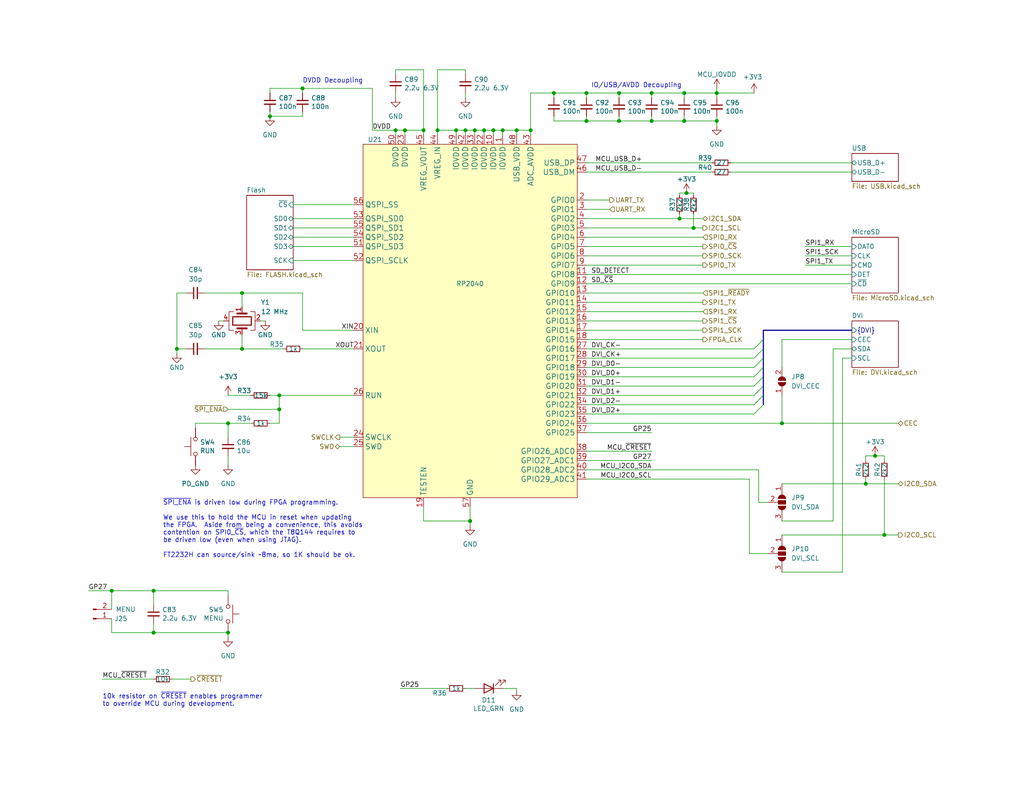
<source format=kicad_sch>
(kicad_sch (version 20211123) (generator eeschema)
  (paper "A")
  (title_block (title "EconoPET 40/8096") (date "2023-10-01") (rev "A"))
  (lib_symbols
    (symbol "Connector:Conn_01x02_Male" (pin_names (offset 1.016) hide)
      (property "Reference" "J" (at 0 2.54 0))
      (property "Value" "Conn_01x02_Male" (at 0 -5.08 0))
      (symbol "Conn_01x02_Male_1_1"
        (polyline (pts (xy 1.27 -2.54) (xy 0.8636 -2.54)) (stroke (width 0.1524)))
        (polyline (pts (xy 1.27 0) (xy 0.8636 0)) (stroke (width 0.1524)))
        (rectangle (start 0.8636 -2.413) (end 0 -2.667) (stroke (width 0.1524)) (fill (type outline)))
        (rectangle (start 0.8636 0.127) (end 0 -0.127) (stroke (width 0.1524)) (fill (type outline)))
        (pin passive line (at 5.08 0 180) (length 3.81) (name "Pin_1") (number "1"))
        (pin passive line (at 5.08 -2.54 180) (length 3.81) (name "Pin_2") (number "2"))
      )
    )
    (symbol "Device:C_Small" (pin_numbers hide) (pin_names (offset 0.254) hide)
      (property "Reference" "C" (at 0.254 1.778 0))
      (property "Value" "C_Small" (at 0.254 -2.032 0))
      (symbol "C_Small_0_1"
        (polyline (pts (xy -1.524 -0.508) (xy 1.524 -0.508)) (stroke (width 0.3302)))
        (polyline (pts (xy -1.524 0.508) (xy 1.524 0.508)) (stroke (width 0.3048)))
      )
      (symbol "C_Small_1_1"
        (pin passive line (at 0 2.54 270) (length 2.032) (name "~") (number "1"))
        (pin passive line (at 0 -2.54 90) (length 2.032) (name "~") (number "2"))
      )
    )
    (symbol "Device:Crystal_GND24" (pin_names (offset 1.016) hide)
      (property "Reference" "Y" (at 3.175 5.08 0))
      (property "Value" "Crystal_GND24" (at 3.175 3.175 0))
      (symbol "Crystal_GND24_0_1"
        (rectangle (start -1.143 2.54) (end 1.143 -2.54) (stroke (width 0.3048)))
        (polyline (pts (xy -2.54 0) (xy -2.032 0)))
        (polyline (pts (xy -2.032 -1.27) (xy -2.032 1.27)) (stroke (width 0.508)))
        (polyline (pts (xy 0 -3.81) (xy 0 -3.556)))
        (polyline (pts (xy 0 3.556) (xy 0 3.81)))
        (polyline (pts (xy 2.032 -1.27) (xy 2.032 1.27)) (stroke (width 0.508)))
        (polyline (pts (xy 2.032 0) (xy 2.54 0)))
        (polyline (pts (xy -2.54 -2.286) (xy -2.54 -3.556) (xy 2.54 -3.556) (xy 2.54 -2.286)))
        (polyline (pts (xy -2.54 2.286) (xy -2.54 3.556) (xy 2.54 3.556) (xy 2.54 2.286)))
      )
      (symbol "Crystal_GND24_1_1"
        (pin passive line (at -3.81 0 0) (length 1.27) (name "1") (number "1"))
        (pin passive line (at 0 5.08 270) (length 1.27) (name "2") (number "2"))
        (pin passive line (at 3.81 0 180) (length 1.27) (name "3") (number "3"))
        (pin passive line (at 0 -5.08 90) (length 1.27) (name "4") (number "4"))
      )
    )
    (symbol "Device:LED" (pin_numbers hide) (pin_names (offset 1.016) hide)
      (property "Reference" "D" (at 0 2.54 0))
      (property "Value" "LED" (at 0 -2.54 0))
      (symbol "LED_0_1"
        (polyline (pts (xy -1.27 -1.27) (xy -1.27 1.27)) (stroke (width 0.254)))
        (polyline (pts (xy -1.27 0) (xy 1.27 0)))
        (polyline (pts (xy 1.27 -1.27) (xy 1.27 1.27) (xy -1.27 0) (xy 1.27 -1.27)) (stroke (width 0.254)))
        (polyline (pts (xy -3.048 -0.762) (xy -4.572 -2.286) (xy -3.81 -2.286) (xy -4.572 -2.286) (xy -4.572 -1.524)))
        (polyline (pts (xy -1.778 -0.762) (xy -3.302 -2.286) (xy -2.54 -2.286) (xy -3.302 -2.286) (xy -3.302 -1.524)))
      )
      (symbol "LED_1_1"
        (pin passive line (at -3.81 0 0) (length 2.54) (name "K") (number "1"))
        (pin passive line (at 3.81 0 180) (length 2.54) (name "A") (number "2"))
      )
    )
    (symbol "Device:R_Small" (pin_numbers hide) (pin_names (offset 0.254) hide)
      (property "Reference" "R" (at 0.762 0.508 0))
      (property "Value" "R_Small" (at 0.762 -1.016 0))
      (symbol "R_Small_0_1"
        (rectangle (start -0.762 1.778) (end 0.762 -1.778) (stroke (width 0.2032)))
      )
      (symbol "R_Small_1_1"
        (pin passive line (at 0 2.54 270) (length 0.762) (name "~") (number "1"))
        (pin passive line (at 0 -2.54 90) (length 0.762) (name "~") (number "2"))
      )
    )
    (symbol "Jumper:SolderJumper_2_Open" (pin_names (offset 0) hide)
      (property "Reference" "JP" (at 0 2.032 0))
      (property "Value" "SolderJumper_2_Open" (at 0 -2.54 0))
      (symbol "SolderJumper_2_Open_0_1"
        (arc (start -0.254 1.016) (mid -1.27 0) (end -0.254 -1.016))
        (arc (start -0.254 1.016) (mid -1.27 0) (end -0.254 -1.016) (fill (type outline)))
        (polyline (pts (xy -0.254 1.016) (xy -0.254 -1.016)))
        (polyline (pts (xy 0.254 1.016) (xy 0.254 -1.016)))
        (arc (start 0.254 -1.016) (mid 1.27 0) (end 0.254 1.016))
        (arc (start 0.254 -1.016) (mid 1.27 0) (end 0.254 1.016) (fill (type outline)))
      )
      (symbol "SolderJumper_2_Open_1_1"
        (pin passive line (at -3.81 0 0) (length 2.54) (name "A") (number "1"))
        (pin passive line (at 3.81 0 180) (length 2.54) (name "B") (number "2"))
      )
    )
    (symbol "Jumper:SolderJumper_3_Open" (pin_names (offset 0) hide)
      (property "Reference" "JP" (at -2.54 -2.54 0))
      (property "Value" "SolderJumper_3_Open" (at 0 2.794 0))
      (symbol "SolderJumper_3_Open_0_1"
        (arc (start -1.016 1.016) (mid -2.032 0) (end -1.016 -1.016))
        (arc (start -1.016 1.016) (mid -2.032 0) (end -1.016 -1.016) (fill (type outline)))
        (rectangle (start -0.508 1.016) (end 0.508 -1.016) (fill (type outline)))
        (polyline (pts (xy -2.54 0) (xy -2.032 0)))
        (polyline (pts (xy -1.016 1.016) (xy -1.016 -1.016)))
        (polyline (pts (xy 0 -1.27) (xy 0 -1.016)))
        (polyline (pts (xy 1.016 1.016) (xy 1.016 -1.016)))
        (polyline (pts (xy 2.54 0) (xy 2.032 0)))
        (arc (start 1.016 -1.016) (mid 2.032 0) (end 1.016 1.016))
        (arc (start 1.016 -1.016) (mid 2.032 0) (end 1.016 1.016) (fill (type outline)))
      )
      (symbol "SolderJumper_3_Open_1_1"
        (pin passive line (at -5.08 0 0) (length 2.54) (name "A") (number "1"))
        (pin passive line (at 0 -3.81 90) (length 2.54) (name "C") (number "2"))
        (pin passive line (at 5.08 0 180) (length 2.54) (name "B") (number "3"))
      )
    )
    (symbol "PET:MCU_IOVDD" (power) (pin_names (offset 0))
      (property "Value" "MCU_IOVDD" (at 0 3.81 0))
      (symbol "MCU_IOVDD_0_1"
        (polyline (pts (xy -0.762 1.27) (xy 0 2.54)))
        (polyline (pts (xy 0 0) (xy 0 2.54)))
        (polyline (pts (xy 0 2.54) (xy 0.762 1.27)))
      )
      (symbol "MCU_IOVDD_1_1"
        (pin power_in line (at 0 0 90) (length 0) hide (name "MCU_IOVDD") (number "1"))
      )
    )
    (symbol "PET:PD_GND" (power) (pin_names (offset 0))
      (property "Value" "PD_GND" (at 0 -3.81 0))
      (symbol "PD_GND_0_1"
        (polyline (pts (xy 0 0) (xy 0 -1.27) (xy 1.27 -1.27) (xy 0 -2.54) (xy -1.27 -1.27) (xy 0 -1.27)))
      )
      (symbol "PD_GND_1_1"
        (pin power_in line (at 0 0 270) (length 0) hide (name "PD_GND") (number "1"))
      )
    )
    (symbol "Retrocomputing:RP2040"
      (property "Reference" "U1" (at 2.1311 -60.96 0))
      (property "Value" "RP2040" (at -3.81 0 0))
      (symbol "RP2040_0_0"
        (rectangle (start -29.21 38.1) (end 29.21 -58.42) (fill (type background)))
        (pin power_in line (at 8.89 40.64 270) (length 2.54) (name "IOVDD") (number "1"))
        (pin power_in line (at 6.35 40.64 270) (length 2.54) (name "IOVDD") (number "10"))
        (pin bidirectional line (at 31.75 2.54 180) (length 2.54) (name "GPIO8") (number "11"))
        (pin bidirectional line (at 31.75 0 180) (length 2.54) (name "GPIO9") (number "12"))
        (pin bidirectional line (at 31.75 -2.54 180) (length 2.54) (name "GPIO10") (number "13"))
        (pin bidirectional line (at 31.75 -5.08 180) (length 2.54) (name "GPIO11") (number "14"))
        (pin bidirectional line (at 31.75 -7.62 180) (length 2.54) (name "GPIO12") (number "15"))
        (pin bidirectional line (at 31.75 -10.16 180) (length 2.54) (name "GPIO13") (number "16"))
        (pin bidirectional line (at 31.75 -12.7 180) (length 2.54) (name "GPIO14") (number "17"))
        (pin bidirectional line (at 31.75 -15.24 180) (length 2.54) (name "GPIO15") (number "18"))
        (pin input line (at -12.7 -60.96 90) (length 2.54) (name "TESTEN") (number "19"))
        (pin bidirectional line (at 31.75 22.86 180) (length 2.54) (name "GPIO0") (number "2"))
        (pin input line (at -31.75 -12.7 0) (length 2.54) (name "XIN") (number "20"))
        (pin output line (at -31.75 -17.78 0) (length 2.54) (name "XOUT") (number "21"))
        (pin power_in line (at 3.81 40.64 270) (length 2.54) (name "IOVDD") (number "22"))
        (pin power_in line (at -17.78 40.64 270) (length 2.54) (name "DVDD") (number "23"))
        (pin output line (at -31.75 -41.91 0) (length 2.54) (name "SWCLK") (number "24"))
        (pin bidirectional line (at -31.75 -44.45 0) (length 2.54) (name "SWD") (number "25"))
        (pin input line (at -31.75 -30.48 0) (length 2.54) (name "RUN") (number "26"))
        (pin bidirectional line (at 31.75 -17.78 180) (length 2.54) (name "GPIO16") (number "27"))
        (pin bidirectional line (at 31.75 -20.32 180) (length 2.54) (name "GPIO17") (number "28"))
        (pin bidirectional line (at 31.75 -22.86 180) (length 2.54) (name "GPIO18") (number "29"))
        (pin bidirectional line (at 31.75 20.32 180) (length 2.54) (name "GPIO1") (number "3"))
        (pin bidirectional line (at 31.75 -25.4 180) (length 2.54) (name "GPIO19") (number "30"))
        (pin bidirectional line (at 31.75 -27.94 180) (length 2.54) (name "GPIO20") (number "31"))
        (pin bidirectional line (at 31.75 -30.48 180) (length 2.54) (name "GPIO21") (number "32"))
        (pin power_in line (at 1.27 40.64 270) (length 2.54) (name "IOVDD") (number "33"))
        (pin bidirectional line (at 31.75 -33.02 180) (length 2.54) (name "GPIO22") (number "34"))
        (pin bidirectional line (at 31.75 -35.56 180) (length 2.54) (name "GPIO23") (number "35"))
        (pin bidirectional line (at 31.75 -38.1 180) (length 2.54) (name "GPIO24") (number "36"))
        (pin bidirectional line (at 31.75 -40.64 180) (length 2.54) (name "GPIO25") (number "37"))
        (pin bidirectional line (at 31.75 -45.72 180) (length 2.54) (name "GPIO26_ADC0") (number "38"))
        (pin bidirectional line (at 31.75 -48.26 180) (length 2.54) (name "GPIO27_ADC1") (number "39"))
        (pin bidirectional line (at 31.75 17.78 180) (length 2.54) (name "GPIO2") (number "4"))
        (pin bidirectional line (at 31.75 -50.8 180) (length 2.54) (name "GPIO28_ADC2") (number "40"))
        (pin bidirectional line (at 31.75 -53.34 180) (length 2.54) (name "GPIO29_ADC3") (number "41"))
        (pin power_in line (at -1.27 40.64 270) (length 2.54) (name "IOVDD") (number "42"))
        (pin power_in line (at 16.51 40.64 270) (length 2.54) (name "ADC_AVDD") (number "43"))
        (pin power_in line (at -8.89 40.64 270) (length 2.54) (name "VREG_IN") (number "44"))
        (pin power_out line (at -12.7 40.64 270) (length 2.54) (name "VREG_VOUT") (number "45"))
        (pin bidirectional line (at 31.75 30.48 180) (length 2.54) (name "USB_DM") (number "46"))
        (pin bidirectional line (at 31.75 33.02 180) (length 2.54) (name "USB_DP") (number "47"))
        (pin power_in line (at 12.7 40.64 270) (length 2.54) (name "USB_VDD") (number "48"))
        (pin power_in line (at -3.81 40.64 270) (length 2.54) (name "IOVDD") (number "49"))
        (pin bidirectional line (at 31.75 15.24 180) (length 2.54) (name "GPIO3") (number "5"))
        (pin power_in line (at -20.32 40.64 270) (length 2.54) (name "DVDD") (number "50"))
        (pin bidirectional line (at -31.75 10.16 0) (length 2.54) (name "QSPI_SD3") (number "51"))
        (pin output line (at -31.75 6.35 0) (length 2.54) (name "QSPI_SCLK") (number "52"))
        (pin bidirectional line (at -31.75 17.78 0) (length 2.54) (name "QSPI_SD0") (number "53"))
        (pin bidirectional line (at -31.75 12.7 0) (length 2.54) (name "QSPI_SD2") (number "54"))
        (pin bidirectional line (at -31.75 15.24 0) (length 2.54) (name "QSPI_SD1") (number "55"))
        (pin bidirectional line (at -31.75 21.59 0) (length 2.54) (name "QSPI_SS") (number "56"))
        (pin power_in line (at 0 -60.96 90) (length 2.54) (name "GND") (number "57"))
        (pin bidirectional line (at 31.75 12.7 180) (length 2.54) (name "GPIO4") (number "6"))
        (pin bidirectional line (at 31.75 10.16 180) (length 2.54) (name "GPIO5") (number "7"))
        (pin bidirectional line (at 31.75 7.62 180) (length 2.54) (name "GPIO6") (number "8"))
        (pin bidirectional line (at 31.75 5.08 180) (length 2.54) (name "GPIO7") (number "9"))
      )
    )
    (symbol "Switch:SW_Push" (pin_numbers hide) (pin_names (offset 1.016) hide)
      (property "Reference" "SW" (at 1.27 2.54 0))
      (property "Value" "SW_Push" (at 0 -1.524 0))
      (symbol "SW_Push_0_1"
        (circle (center -2.032 0) (radius 0.508))
        (polyline (pts (xy 0 1.27) (xy 0 3.048)))
        (polyline (pts (xy 2.54 1.27) (xy -2.54 1.27)))
        (circle (center 2.032 0) (radius 0.508))
        (pin passive line (at -5.08 0 0) (length 2.54) (name "1") (number "1"))
        (pin passive line (at 5.08 0 180) (length 2.54) (name "2") (number "2"))
      )
    )
    (symbol "power:+3V3" (power) (pin_names (offset 0))
      (property "Value" "+3V3" (at 0 3.556 0))
      (symbol "+3V3_0_1"
        (polyline (pts (xy -0.762 1.27) (xy 0 2.54)))
        (polyline (pts (xy 0 0) (xy 0 2.54)))
        (polyline (pts (xy 0 2.54) (xy 0.762 1.27)))
      )
      (symbol "+3V3_1_1"
        (pin power_in line (at 0 0 90) (length 0) hide (name "+3V3") (number "1"))
      )
    )
    (symbol "power:GND" (power) (pin_names (offset 0))
      (property "Value" "GND" (at 0 -3.81 0))
      (symbol "GND_0_1"
        (polyline (pts (xy 0 0) (xy 0 -1.27) (xy 1.27 -1.27) (xy 0 -2.54) (xy -1.27 -1.27) (xy 0 -1.27)))
      )
      (symbol "GND_1_1"
        (pin power_in line (at 0 0 270) (length 0) hide (name "GND") (number "1"))
      )
    )
  )
  (junction (at 134.62 35.56))
  (junction (at 110.49 35.56))
  (junction (at 41.91 161.29))
  (junction (at 195.58 25.4))
  (junction (at 41.91 172.72))
  (junction (at 177.8 33.02))
  (junction (at 119.38 35.56))
  (junction (at 160.02 33.02))
  (junction (at 151.13 25.4))
  (junction (at 62.23 115.57))
  (junction (at 160.02 25.4))
  (junction (at 185.42 59.69))
  (junction (at 66.04 80.01))
  (junction (at 82.55 24.13))
  (junction (at 168.91 33.02))
  (junction (at 48.26 95.25))
  (junction (at 238.76 124.46))
  (junction (at 62.23 172.72))
  (junction (at 76.2 111.76))
  (junction (at 186.69 25.4))
  (junction (at 115.57 35.56))
  (junction (at 129.54 35.56))
  (junction (at 168.91 25.4))
  (junction (at 195.58 33.02))
  (junction (at 128.27 142.24))
  (junction (at 107.95 35.56))
  (junction (at 236.22 132.08))
  (junction (at 213.36 115.57))
  (junction (at 66.04 95.25))
  (junction (at 144.78 35.56))
  (junction (at 76.2 107.95))
  (junction (at 132.08 35.56))
  (junction (at 187.325 52.705))
  (junction (at 186.69 33.02))
  (junction (at 241.3 146.05))
  (junction (at 189.23 62.23))
  (junction (at 127 35.56))
  (junction (at 177.8 25.4))
  (junction (at 137.16 35.56))
  (junction (at 140.97 35.56))
  (junction (at 30.48 161.29))
  (junction (at 73.66 31.75))
  (junction (at 124.46 35.56))
  (bus_entry (at 208.28 107.95) (size -2.54 2.54))
  (bus_entry (at 208.28 110.49) (size -2.54 2.54))
  (bus_entry (at 208.28 100.33) (size -2.54 2.54))
  (bus_entry (at 208.28 102.87) (size -2.54 2.54))
  (bus_entry (at 208.28 97.79) (size -2.54 2.54))
  (bus_entry (at 208.28 105.41) (size -2.54 2.54))
  (bus_entry (at 208.28 95.25) (size -2.54 2.54))
  (bus_entry (at 208.28 92.71) (size -2.54 2.54))
  (wire (pts (xy 186.69 25.4) (xy 186.69 26.67)))
  (wire (pts (xy 144.78 25.4) (xy 144.78 35.56)))
  (wire (pts (xy 241.3 124.46) (xy 241.3 125.73)))
  (wire (pts (xy 151.13 25.4) (xy 160.02 25.4)))
  (wire (pts (xy 160.02 72.39) (xy 191.77 72.39)))
  (wire (pts (xy 189.23 58.42) (xy 189.23 62.23)))
  (wire (pts (xy 92.71 119.38) (xy 96.52 119.38)))
  (wire (pts (xy 73.66 107.95) (xy 76.2 107.95)))
  (wire (pts (xy 160.02 57.15) (xy 166.37 57.15)))
  (wire (pts (xy 177.8 25.4) (xy 186.69 25.4)))
  (wire (pts (xy 92.71 121.92) (xy 96.52 121.92)))
  (wire (pts (xy 160.02 125.73) (xy 177.8 125.73)))
  (wire (pts (xy 107.95 19.05) (xy 107.95 20.32)))
  (wire (pts (xy 134.62 35.56) (xy 132.08 35.56)))
  (wire (pts (xy 160.02 25.4) (xy 160.02 26.67)))
  (wire (pts (xy 160.02 46.99) (xy 194.31 46.99)))
  (wire (pts (xy 213.36 92.71) (xy 213.36 100.33)))
  (wire (pts (xy 55.88 95.25) (xy 66.04 95.25)))
  (wire (pts (xy 207.01 128.27) (xy 207.01 137.16)))
  (wire (pts (xy 160.02 64.77) (xy 191.77 64.77)))
  (wire (pts (xy 199.39 44.45) (xy 232.41 44.45)))
  (wire (pts (xy 62.23 115.57) (xy 62.23 119.38)))
  (wire (pts (xy 76.2 111.76) (xy 76.2 107.95)))
  (wire (pts (xy 30.48 168.91) (xy 30.48 172.72)))
  (wire (pts (xy 189.23 52.705) (xy 189.23 53.34)))
  (wire (pts (xy 82.55 80.01) (xy 82.55 90.17)))
  (wire (pts (xy 62.23 124.46) (xy 62.23 127)))
  (wire (pts (xy 110.49 35.56) (xy 110.49 36.83)))
  (wire (pts (xy 219.71 69.85) (xy 232.41 69.85)))
  (wire (pts (xy 186.69 25.4) (xy 195.58 25.4)))
  (wire (pts (xy 236.22 125.73) (xy 236.22 124.46)))
  (wire (pts (xy 185.42 52.705) (xy 187.325 52.705)))
  (wire (pts (xy 134.62 35.56) (xy 134.62 36.83)))
  (wire (pts (xy 187.325 52.705) (xy 189.23 52.705)))
  (wire (pts (xy 55.88 80.01) (xy 66.04 80.01)))
  (wire (pts (xy 73.66 24.13) (xy 82.55 24.13)))
  (wire (pts (xy 132.08 35.56) (xy 132.08 36.83)))
  (wire (pts (xy 168.91 25.4) (xy 177.8 25.4)))
  (wire (pts (xy 219.71 67.31) (xy 232.41 67.31)))
  (wire (pts (xy 132.08 35.56) (xy 129.54 35.56)))
  (wire (pts (xy 144.78 35.56) (xy 140.97 35.56)))
  (wire (pts (xy 160.02 102.87) (xy 205.74 102.87)))
  (wire (pts (xy 160.02 118.11) (xy 177.8 118.11)))
  (wire (pts (xy 76.2 115.57) (xy 76.2 111.76)))
  (wire (pts (xy 238.76 124.46) (xy 241.3 124.46)))
  (wire (pts (xy 115.57 19.05) (xy 115.57 35.56)))
  (wire (pts (xy 160.02 100.33) (xy 205.74 100.33)))
  (wire (pts (xy 186.69 31.75) (xy 186.69 33.02)))
  (wire (pts (xy 62.23 115.57) (xy 68.58 115.57)))
  (wire (pts (xy 186.69 33.02) (xy 177.8 33.02)))
  (wire (pts (xy 27.94 185.42) (xy 41.91 185.42)))
  (wire (pts (xy 48.26 80.01) (xy 48.26 95.25)))
  (wire (pts (xy 82.55 24.13) (xy 101.6 24.13)))
  (wire (pts (xy 213.36 92.71) (xy 232.41 92.71)))
  (wire (pts (xy 177.8 33.02) (xy 168.91 33.02)))
  (wire (pts (xy 160.02 77.47) (xy 232.41 77.47)))
  (wire (pts (xy 82.55 90.17) (xy 96.52 90.17)))
  (wire (pts (xy 160.02 90.17) (xy 191.77 90.17)))
  (wire (pts (xy 82.55 24.13) (xy 82.55 25.4)))
  (wire (pts (xy 213.36 115.57) (xy 245.11 115.57)))
  (wire (pts (xy 219.71 72.39) (xy 232.41 72.39)))
  (wire (pts (xy 82.55 95.25) (xy 96.52 95.25)))
  (wire (pts (xy 160.02 33.02) (xy 151.13 33.02)))
  (wire (pts (xy 80.01 64.77) (xy 96.52 64.77)))
  (wire (pts (xy 140.97 35.56) (xy 140.97 36.83)))
  (wire (pts (xy 191.77 59.69) (xy 185.42 59.69)))
  (wire (pts (xy 191.77 62.23) (xy 189.23 62.23)))
  (bus (pts (xy 208.28 90.17) (xy 208.28 92.71)))
  (wire (pts (xy 160.02 110.49) (xy 205.74 110.49)))
  (wire (pts (xy 30.48 172.72) (xy 41.91 172.72)))
  (wire (pts (xy 128.27 138.43) (xy 128.27 142.24)))
  (wire (pts (xy 48.26 95.25) (xy 50.8 95.25)))
  (wire (pts (xy 41.91 170.18) (xy 41.91 172.72)))
  (wire (pts (xy 59.69 87.63) (xy 60.96 87.63)))
  (wire (pts (xy 119.38 19.05) (xy 127 19.05)))
  (wire (pts (xy 110.49 35.56) (xy 107.95 35.56)))
  (wire (pts (xy 107.95 19.05) (xy 115.57 19.05)))
  (wire (pts (xy 195.58 25.4) (xy 205.74 25.4)))
  (wire (pts (xy 195.58 31.75) (xy 195.58 33.02)))
  (wire (pts (xy 229.87 97.79) (xy 229.87 156.21)))
  (wire (pts (xy 160.02 130.81) (xy 204.47 130.81)))
  (wire (pts (xy 160.02 85.09) (xy 191.77 85.09)))
  (wire (pts (xy 195.58 34.29) (xy 195.58 33.02)))
  (wire (pts (xy 62.23 107.95) (xy 68.58 107.95)))
  (wire (pts (xy 101.6 24.13) (xy 101.6 35.56)))
  (wire (pts (xy 151.13 33.02) (xy 151.13 31.75)))
  (wire (pts (xy 127 187.96) (xy 129.54 187.96)))
  (wire (pts (xy 160.02 107.95) (xy 205.74 107.95)))
  (wire (pts (xy 213.36 142.24) (xy 227.33 142.24)))
  (wire (pts (xy 82.55 31.75) (xy 73.66 31.75)))
  (wire (pts (xy 124.46 35.56) (xy 124.46 36.83)))
  (wire (pts (xy 185.42 58.42) (xy 185.42 59.69)))
  (wire (pts (xy 107.95 25.4) (xy 107.95 26.67)))
  (wire (pts (xy 160.02 69.85) (xy 191.77 69.85)))
  (bus (pts (xy 208.28 97.79) (xy 208.28 100.33)))
  (wire (pts (xy 168.91 25.4) (xy 168.91 26.67)))
  (wire (pts (xy 227.33 95.25) (xy 232.41 95.25)))
  (wire (pts (xy 80.01 59.69) (xy 96.52 59.69)))
  (wire (pts (xy 195.58 24.13) (xy 195.58 25.4)))
  (wire (pts (xy 73.66 24.13) (xy 73.66 25.4)))
  (wire (pts (xy 213.36 132.08) (xy 236.22 132.08)))
  (wire (pts (xy 168.91 31.75) (xy 168.91 33.02)))
  (wire (pts (xy 109.22 187.96) (xy 121.92 187.96)))
  (wire (pts (xy 41.91 161.29) (xy 62.23 161.29)))
  (wire (pts (xy 66.04 80.01) (xy 66.04 83.82)))
  (wire (pts (xy 127 35.56) (xy 124.46 35.56)))
  (wire (pts (xy 160.02 87.63) (xy 191.77 87.63)))
  (bus (pts (xy 208.28 90.17) (xy 232.41 90.17)))
  (wire (pts (xy 160.02 105.41) (xy 205.74 105.41)))
  (wire (pts (xy 137.16 36.83) (xy 137.16 35.56)))
  (wire (pts (xy 127 35.56) (xy 127 36.83)))
  (wire (pts (xy 160.02 54.61) (xy 166.37 54.61)))
  (wire (pts (xy 160.02 67.31) (xy 191.77 67.31)))
  (wire (pts (xy 160.02 95.25) (xy 205.74 95.25)))
  (wire (pts (xy 128.27 142.24) (xy 128.27 143.51)))
  (wire (pts (xy 48.26 95.25) (xy 48.26 96.52)))
  (wire (pts (xy 195.58 33.02) (xy 186.69 33.02)))
  (wire (pts (xy 53.34 115.57) (xy 62.23 115.57)))
  (wire (pts (xy 236.22 132.08) (xy 245.11 132.08)))
  (wire (pts (xy 160.02 82.55) (xy 191.77 82.55)))
  (wire (pts (xy 66.04 80.01) (xy 82.55 80.01)))
  (wire (pts (xy 227.33 142.24) (xy 227.33 95.25)))
  (wire (pts (xy 82.55 30.48) (xy 82.55 31.75)))
  (wire (pts (xy 41.91 161.29) (xy 41.91 165.1)))
  (wire (pts (xy 80.01 62.23) (xy 96.52 62.23)))
  (wire (pts (xy 73.66 115.57) (xy 76.2 115.57)))
  (wire (pts (xy 185.42 59.69) (xy 160.02 59.69)))
  (wire (pts (xy 204.47 130.81) (xy 204.47 151.13)))
  (wire (pts (xy 236.22 130.81) (xy 236.22 132.08)))
  (bus (pts (xy 208.28 105.41) (xy 208.28 107.95)))
  (wire (pts (xy 80.01 55.88) (xy 96.52 55.88)))
  (wire (pts (xy 41.91 172.72) (xy 62.23 172.72)))
  (wire (pts (xy 62.23 111.76) (xy 76.2 111.76)))
  (wire (pts (xy 160.02 97.79) (xy 205.74 97.79)))
  (wire (pts (xy 119.38 35.56) (xy 119.38 19.05)))
  (wire (pts (xy 137.16 187.96) (xy 140.97 187.96)))
  (wire (pts (xy 30.48 161.29) (xy 41.91 161.29)))
  (wire (pts (xy 50.8 80.01) (xy 48.26 80.01)))
  (wire (pts (xy 160.02 74.93) (xy 232.41 74.93)))
  (wire (pts (xy 151.13 25.4) (xy 144.78 25.4)))
  (wire (pts (xy 160.02 92.71) (xy 191.77 92.71)))
  (wire (pts (xy 80.01 67.31) (xy 96.52 67.31)))
  (wire (pts (xy 66.04 95.25) (xy 66.04 91.44)))
  (wire (pts (xy 213.36 146.05) (xy 241.3 146.05)))
  (wire (pts (xy 127 19.05) (xy 127 20.32)))
  (wire (pts (xy 53.34 115.57) (xy 53.34 116.84)))
  (wire (pts (xy 185.42 53.34) (xy 185.42 52.705)))
  (wire (pts (xy 213.36 107.95) (xy 213.36 115.57)))
  (wire (pts (xy 137.16 35.56) (xy 140.97 35.56)))
  (bus (pts (xy 208.28 102.87) (xy 208.28 105.41)))
  (wire (pts (xy 115.57 138.43) (xy 115.57 142.24)))
  (wire (pts (xy 137.16 35.56) (xy 134.62 35.56)))
  (wire (pts (xy 199.39 46.99) (xy 232.41 46.99)))
  (wire (pts (xy 119.38 36.83) (xy 119.38 35.56)))
  (wire (pts (xy 76.2 107.95) (xy 96.52 107.95)))
  (wire (pts (xy 177.8 25.4) (xy 177.8 26.67)))
  (wire (pts (xy 46.99 185.42) (xy 52.07 185.42)))
  (wire (pts (xy 160.02 128.27) (xy 207.01 128.27)))
  (wire (pts (xy 144.78 36.83) (xy 144.78 35.56)))
  (wire (pts (xy 119.38 35.56) (xy 124.46 35.56)))
  (wire (pts (xy 160.02 44.45) (xy 194.31 44.45)))
  (bus (pts (xy 208.28 100.33) (xy 208.28 102.87)))
  (wire (pts (xy 71.12 87.63) (xy 72.39 87.63)))
  (wire (pts (xy 207.01 137.16) (xy 209.55 137.16)))
  (wire (pts (xy 101.6 35.56) (xy 107.95 35.56)))
  (bus (pts (xy 208.28 92.71) (xy 208.28 95.25)))
  (wire (pts (xy 160.02 31.75) (xy 160.02 33.02)))
  (wire (pts (xy 229.87 97.79) (xy 232.41 97.79)))
  (wire (pts (xy 115.57 142.24) (xy 128.27 142.24)))
  (wire (pts (xy 110.49 35.56) (xy 115.57 35.56)))
  (wire (pts (xy 24.13 161.29) (xy 30.48 161.29)))
  (wire (pts (xy 66.04 95.25) (xy 77.47 95.25)))
  (wire (pts (xy 151.13 26.67) (xy 151.13 25.4)))
  (wire (pts (xy 140.97 187.96) (xy 140.97 188.595)))
  (bus (pts (xy 208.28 95.25) (xy 208.28 97.79)))
  (wire (pts (xy 80.01 71.12) (xy 96.52 71.12)))
  (wire (pts (xy 62.23 172.72) (xy 62.23 173.99)))
  (wire (pts (xy 204.47 151.13) (xy 209.55 151.13)))
  (bus (pts (xy 208.28 107.95) (xy 208.28 110.49)))
  (wire (pts (xy 160.02 113.03) (xy 205.74 113.03)))
  (wire (pts (xy 236.22 124.46) (xy 238.76 124.46)))
  (wire (pts (xy 160.02 123.19) (xy 177.8 123.19)))
  (wire (pts (xy 195.58 25.4) (xy 195.58 26.67)))
  (wire (pts (xy 177.8 31.75) (xy 177.8 33.02)))
  (wire (pts (xy 129.54 35.56) (xy 129.54 36.83)))
  (wire (pts (xy 127 25.4) (xy 127 26.67)))
  (wire (pts (xy 229.87 156.21) (xy 213.36 156.21)))
  (wire (pts (xy 107.95 35.56) (xy 107.95 36.83)))
  (wire (pts (xy 62.23 161.29) (xy 62.23 162.56)))
  (wire (pts (xy 241.3 146.05) (xy 245.11 146.05)))
  (wire (pts (xy 168.91 33.02) (xy 160.02 33.02)))
  (wire (pts (xy 160.02 115.57) (xy 213.36 115.57)))
  (wire (pts (xy 160.02 80.01) (xy 191.77 80.01)))
  (wire (pts (xy 115.57 35.56) (xy 115.57 36.83)))
  (wire (pts (xy 73.66 30.48) (xy 73.66 31.75)))
  (wire (pts (xy 30.48 161.29) (xy 30.48 166.37)))
  (wire (pts (xy 129.54 35.56) (xy 127 35.56)))
  (wire (pts (xy 241.3 130.81) (xy 241.3 146.05)))
  (wire (pts (xy 160.02 25.4) (xy 168.91 25.4)))
  (wire (pts (xy 189.23 62.23) (xy 160.02 62.23)))
  (text "IO/USB/AVDD Decoupling" (at 161.29 24.13 0) (effects (font (size 1.27 1.27)) (justify left bottom)))
  (text "~{SPI_ENA} is driven low during FPGA programming.\n\nWe use this to hold the MCU in reset when updating\nthe FPGA.  Aside from being a convenience, this avoids\ncontention on SPI0_~{CS}, which the T8Q144 requires to\nbe driven low (even when using JTAG).\n\nFT2232H can source/sink ~8ma, so 1K should be ok.\n" (at 44.45 152.4 0) (effects (font (size 1.27 1.27)) (justify left bottom)))
  (text "DVDD Decoupling" (at 82.55 22.86 0) (effects (font (size 1.27 1.27)) (justify left bottom)))
  (text "10k resistor on ~{CRESET} enables programmer\nto override MCU during development." (at 27.94 193.04 0) (effects (font (size 1.27 1.27)) (justify left bottom)))
  (label "DVI_CK+" (at 161.29 97.79 0))
  (label "DVI_D2-" (at 161.29 110.49 0))
  (label "DVI_D0+" (at 161.29 102.87 0))
  (label "DVI_CK-" (at 161.29 95.25 0))
  (label "MCU_~{CRESET}" (at 177.8 123.19 180))
  (label "DVI_D2+" (at 161.29 113.03 0))
  (label "XOUT" (at 96.52 95.25 180))
  (label "GP25" (at 109.22 187.96 0))
  (label "GP25" (at 177.8 118.11 180))
  (label "DVI_D1+" (at 161.29 107.95 0))
  (label "DVI_D1-" (at 161.29 105.41 0))
  (label "SPI1_RX" (at 219.71 67.31 0))
  (label "SPI1_TX" (at 219.71 72.39 0))
  (label "MCU_USB_D+" (at 175.26 44.45 180))
  (label "MCU_USB_D-" (at 175.26 46.99 180))
  (label "MCU_I2C0_SCL" (at 177.8 130.81 180))
  (label "GP27" (at 24.13 161.29 0))
  (label "SD_DETECT" (at 161.29 74.93 0))
  (label "MCU_~{CRESET}" (at 27.94 185.42 0))
  (label "SPI1_SCK" (at 219.71 69.85 0))
  (label "DVI_D0-" (at 161.29 100.33 0))
  (label "MCU_I2C0_SDA" (at 177.8 128.27 180))
  (label "SD_~{CS}" (at 161.29 77.47 0))
  (label "GP27" (at 177.8 125.73 180))
  (label "DVDD" (at 101.6 35.56 0))
  (label "XIN" (at 96.52 90.17 180))
  (hierarchical_label "I2C0_SDA" (shape bidirectional) (at 245.11 132.08 0))
  (hierarchical_label "FPGA_CLK" (shape output) (at 191.77 92.71 0))
  (hierarchical_label "I2C1_SDA" (shape bidirectional) (at 191.77 59.69 0))
  (hierarchical_label "~{CRESET}" (shape output) (at 52.07 185.42 0))
  (hierarchical_label "CEC" (shape bidirectional) (at 245.11 115.57 0))
  (hierarchical_label "SPI1_TX" (shape output) (at 191.77 82.55 0))
  (hierarchical_label "SPI1_RX" (shape input) (at 191.77 85.09 0))
  (hierarchical_label "~{SPI_ENA}" (shape input) (at 62.23 111.76 180))
  (hierarchical_label "SPI0_TX" (shape output) (at 191.77 72.39 0))
  (hierarchical_label "I2C1_SCL" (shape output) (at 191.77 62.23 0))
  (hierarchical_label "UART_TX" (shape output) (at 166.37 54.61 0))
  (hierarchical_label "SPI0_SCK" (shape output) (at 191.77 69.85 0))
  (hierarchical_label "I2C0_SCL" (shape output) (at 245.11 146.05 0))
  (hierarchical_label "SPI1_~{CS}" (shape output) (at 191.77 87.63 0))
  (hierarchical_label "UART_RX" (shape input) (at 166.37 57.15 0))
  (hierarchical_label "SPI1_~{READY}" (shape input) (at 191.77 80.01 0))
  (hierarchical_label "SPI1_SCK" (shape output) (at 191.77 90.17 0))
  (hierarchical_label "SWCLK" (shape output) (at 92.71 119.38 180))
  (hierarchical_label "SWD" (shape bidirectional) (at 92.71 121.92 180))
  (hierarchical_label "SPI0_~{CS}" (shape output) (at 191.77 67.31 0))
  (hierarchical_label "SPI0_RX" (shape input) (at 191.77 64.77 0))
  (symbol (lib_id "Device:C_Small") (at 160.02 29.21 0) (unit 1)
    (property "Reference" "C92" (at 162.3568 28.0416 0) (effects (justify left)))
    (property "Value" "100n" (at 162.3568 30.353 0) (effects (justify left)))
    (property "Footprint" "Capacitor_SMD:C_0402_1005Metric" (effects hide))
    (property "Datasheet" "https://datasheet.lcsc.com/lcsc/2304140030_Samsung-Electro-Mechanics-CL05B104KB54PNC_C307331.pdf" (effects hide))
    (property "LCSC" "C307331" (effects hide))
  )
  (symbol (lib_id "Device:C_Small") (at 53.34 95.25 90) (unit 1)
    (property "Reference" "C85" (at 53.3463 88.9 90))
    (property "Value" "30p" (at 53.3463 91.44 90))
    (property "Footprint" "Capacitor_SMD:C_0402_1005Metric" (effects hide))
    (property "Datasheet" "https://datasheet.lcsc.com/lcsc/2304140030_FH--Guangdong-Fenghua-Advanced-Tech-0402CG300J500NT_C1570.pdf" (effects hide))
    (property "LCSC" "C1570" (effects hide))
  )
  (symbol (lib_id "Jumper:SolderJumper_3_Open") (at 213.36 137.16 270) (unit 1)
    (property "Reference" "JP9" (at 215.9 135.8899 90) (effects (justify left)))
    (property "Value" "DVI_SDA" (at 215.9 138.4299 90) (effects (justify left)))
    (property "Footprint" "Jumper:SolderJumper-3_P1.3mm_Open_RoundedPad1.0x1.5mm" (effects hide))
  )
  (symbol (lib_id "power:GND") (at 128.27 143.51 0) (unit 1)
    (property "Reference" "#PWR0154" (effects hide))
    (property "Value" "GND" (at 128.27 148.59 0))
  )
  (symbol (lib_id "power:GND") (at 59.69 87.63 0) (unit 1)
    (property "Reference" "#PWR0146" (effects hide))
    (property "Value" "GND" (at 59.69 91.44 0))
  )
  (symbol (lib_id "Device:C_Small") (at 195.58 29.21 0) (unit 1)
    (property "Reference" "C96" (at 197.9168 28.0416 0) (effects (justify left)))
    (property "Value" "100n" (at 197.9168 30.353 0) (effects (justify left)))
    (property "Footprint" "Capacitor_SMD:C_0402_1005Metric" (effects hide))
    (property "Datasheet" "https://datasheet.lcsc.com/lcsc/2304140030_Samsung-Electro-Mechanics-CL05B104KB54PNC_C307331.pdf" (effects hide))
    (property "LCSC" "C307331" (effects hide))
  )
  (symbol (lib_id "power:GND") (at 107.95 26.67 0) (unit 1)
    (property "Reference" "#PWR0152" (effects hide))
    (property "Value" "GND" (at 107.95 31.75 0))
  )
  (symbol (lib_id "Device:C_Small") (at 53.34 80.01 90) (unit 1)
    (property "Reference" "C84" (at 53.3463 73.66 90))
    (property "Value" "30p" (at 53.3463 76.2 90))
    (property "Footprint" "Capacitor_SMD:C_0402_1005Metric" (effects hide))
    (property "Datasheet" "https://datasheet.lcsc.com/lcsc/2304140030_FH--Guangdong-Fenghua-Advanced-Tech-0402CG300J500NT_C1570.pdf" (effects hide))
    (property "LCSC" "C1570" (effects hide))
  )
  (symbol (lib_id "power:GND") (at 48.26 96.52 0) (unit 1)
    (property "Reference" "#PWR0144" (effects hide))
    (property "Value" "GND" (at 48.26 100.33 0))
  )
  (symbol (lib_id "Retrocomputing:RP2040") (at 128.27 77.47 0) (unit 1)
    (property "Reference" "U21" (at 100.33 38.1 0) (effects (justify left)))
    (property "Value" "RP2040" (at 124.46 77.47 0) (effects (justify left)))
    (property "Footprint" "JLCPCB:LQFN-56_L7.0-W7.0-P0.4-EP" (effects hide))
    (property "Datasheet" "https://datasheet.lcsc.com/lcsc/2201101600_Raspberry-Pi-RP2040_C2040.pdf" (effects hide))
    (property "LCSC" "C2040" (effects hide))
  )
  (symbol (lib_id "Device:LED") (at 133.35 187.96 180) (unit 1)
    (property "Reference" "D11" (at 133.35 191.135 0))
    (property "Value" "LED_GRN" (at 133.35 193.4464 0))
    (property "Footprint" "LED_SMD:LED_0603_1608Metric" (effects hide))
    (property "Datasheet" "https://datasheet.lcsc.com/lcsc/1811101510_Everlight-Elec-19-217-GHC-YR1S2-3T_C72043.pdf" (effects hide))
    (property "LCSC" "C72043" (effects hide))
  )
  (symbol (lib_id "Device:R_Small") (at 189.23 55.88 0) (unit 1)
    (property "Reference" "R38" (at 187.325 57.785 90) (effects (justify left)))
    (property "Value" "2k2" (at 189.23 57.785 90) (effects (justify left)))
    (property "Footprint" "Resistor_SMD:R_0402_1005Metric" (effects hide))
    (property "Datasheet" "https://datasheet.lcsc.com/lcsc/2206010045_UNI-ROYAL-Uniroyal-Elec-0402WGF2201TCE_C25879.pdf" (effects hide))
    (property "LCSC" "C25879" (effects hide))
  )
  (symbol (lib_id "Jumper:SolderJumper_3_Open") (at 213.36 151.13 270) (unit 1)
    (property "Reference" "JP10" (at 215.9 149.8599 90) (effects (justify left)))
    (property "Value" "DVI_SCL" (at 215.9 152.3999 90) (effects (justify left)))
    (property "Footprint" "Jumper:SolderJumper-3_P1.3mm_Open_RoundedPad1.0x1.5mm" (effects hide))
  )
  (symbol (lib_id "Device:R_Small") (at 71.12 115.57 90) (unit 1)
    (property "Reference" "R34" (at 68.58 114.3 90) (effects (justify left)))
    (property "Value" "1k" (at 72.39 115.57 90) (effects (justify left)))
    (property "Footprint" "Resistor_SMD:R_0402_1005Metric" (effects hide))
    (property "Datasheet" "https://datasheet.lcsc.com/lcsc/2206010216_UNI-ROYAL-Uniroyal-Elec-0402WGF1001TCE_C11702.pdf" (effects hide))
    (property "LCSC" "C11702" (effects hide))
  )
  (symbol (lib_id "Device:R_Small") (at 44.45 185.42 90) (mirror x) (unit 1)
    (property "Reference" "R32" (at 46.355 183.515 90) (effects (justify left)))
    (property "Value" "10k" (at 46.228 185.42 90) (effects (justify left)))
    (property "Footprint" "Resistor_SMD:R_0402_1005Metric" (effects hide))
    (property "Datasheet" "https://datasheet.lcsc.com/lcsc/2206010100_UNI-ROYAL-Uniroyal-Elec-0402WGF1002TCE_C25744.pdf" (effects hide))
    (property "LCSC" "C25744" (effects hide))
  )
  (symbol (lib_id "power:GND") (at 73.66 31.75 0) (unit 1)
    (property "Reference" "#PWR0151" (effects hide))
    (property "Value" "GND" (at 73.66 36.83 0))
  )
  (symbol (lib_id "Device:Crystal_GND24") (at 66.04 87.63 270) (unit 1)
    (property "Reference" "Y1" (at 72.39 82.55 90))
    (property "Value" "12 MHz" (at 74.93 85.09 90))
    (property "Footprint" "Crystal:Crystal_SMD_3225-4Pin_3.2x2.5mm" (effects hide))
    (property "Datasheet" "https://datasheet.lcsc.com/lcsc/2304140030_Yangxing-Tech-X322512MSB4SI_C9002.pdf" (effects hide))
    (property "LCSC" "C9002" (effects hide))
  )
  (symbol (lib_id "Device:R_Small") (at 124.46 187.96 90) (unit 1)
    (property "Reference" "R36" (at 121.92 189.23 90) (effects (justify left)))
    (property "Value" "1k" (at 125.73 187.96 90) (effects (justify left)))
    (property "Footprint" "Resistor_SMD:R_0402_1005Metric" (effects hide))
    (property "Datasheet" "https://datasheet.lcsc.com/lcsc/2206010216_UNI-ROYAL-Uniroyal-Elec-0402WGF1001TCE_C11702.pdf" (effects hide))
    (property "LCSC" "C11702" (effects hide))
  )
  (symbol (lib_id "Device:C_Small") (at 127 22.86 0) (unit 1)
    (property "Reference" "C90" (at 129.3368 21.6916 0) (effects (justify left)))
    (property "Value" "2.2u 6.3V" (at 129.3368 24.003 0) (effects (justify left)))
    (property "Footprint" "Capacitor_SMD:C_0402_1005Metric" (effects hide))
    (property "Datasheet" "https://datasheet.lcsc.com/lcsc/2304140030_Samsung-Electro-Mechanics-CL05A225MQ5NSNC_C12530.pdf" (effects hide))
    (property "LCSC" "C12530" (effects hide))
  )
  (symbol (lib_id "PET:PD_GND") (at 53.34 127 0) (unit 1)
    (property "Reference" "#PWR0145" (effects hide))
    (property "Value" "PD_GND" (at 53.34 132.08 0))
  )
  (symbol (lib_id "PET:MCU_IOVDD") (at 195.58 24.13 0) (unit 1)
    (property "Reference" "#PWR0157" (effects hide))
    (property "Value" "MCU_IOVDD" (at 195.58 20.32 0))
  )
  (symbol (lib_id "power:GND") (at 127 26.67 0) (unit 1)
    (property "Reference" "#PWR0153" (effects hide))
    (property "Value" "GND" (at 127 31.75 0))
  )
  (symbol (lib_id "Switch:SW_Push") (at 53.34 121.92 90) (unit 1)
    (property "Reference" "SW4" (at 54.5592 120.7516 90) (effects (justify right)))
    (property "Value" "RUN" (at 54.5592 123.063 90) (effects (justify right)))
    (property "Footprint" "JLCPCB:SW-TH_L6.0-W3.5-P6.50" (effects hide))
    (property "Amazon" "https://smile.amazon.com/dp/B008DS188Y" (effects hide))
    (property "Alt-LCSC" "C457531" (effects hide))
    (property "MOUSER" "611-PTS636SK43LFS" (effects hide))
  )
  (symbol (lib_id "Jumper:SolderJumper_2_Open") (at 213.36 104.14 90) (unit 1)
    (property "Reference" "JP8" (at 215.9 102.8699 90) (effects (justify right)))
    (property "Value" "DVI_CEC" (at 215.9 105.4099 90) (effects (justify right)))
    (property "Footprint" "Jumper:SolderJumper-2_P1.3mm_Open_RoundedPad1.0x1.5mm" (effects hide))
  )
  (symbol (lib_id "power:+3V3") (at 62.23 107.95 0) (unit 1)
    (property "Reference" "#PWR0147" (effects hide))
    (property "Value" "+3V3" (at 62.23 102.87 0))
  )
  (symbol (lib_id "Connector:Conn_01x02_Male") (at 25.4 168.91 0) (mirror x) (unit 1)
    (property "Reference" "J25" (at 33.02 168.91 0))
    (property "Value" "MENU" (at 34.29 166.37 0))
    (property "Footprint" "Connector_PinHeader_2.54mm:PinHeader_1x02_P2.54mm_Vertical" (effects hide))
    (property "MOUSER" "649-1012937893602BLF" (effects hide))
  )
  (symbol (lib_id "Device:C_Small") (at 82.55 27.94 0) (unit 1)
    (property "Reference" "C88" (at 84.8868 26.7716 0) (effects (justify left)))
    (property "Value" "100n" (at 84.8868 29.083 0) (effects (justify left)))
    (property "Footprint" "Capacitor_SMD:C_0402_1005Metric" (effects hide))
    (property "Datasheet" "https://datasheet.lcsc.com/lcsc/2304140030_Samsung-Electro-Mechanics-CL05B104KB54PNC_C307331.pdf" (effects hide))
    (property "LCSC" "C307331" (effects hide))
  )
  (symbol (lib_id "Device:R_Small") (at 196.85 46.99 90) (unit 1)
    (property "Reference" "R40" (at 194.31 45.72 90) (effects (justify left)))
    (property "Value" "27" (at 198.12 46.99 90) (effects (justify left)))
    (property "Footprint" "Resistor_SMD:R_0603_1608Metric" (effects hide))
    (property "Datasheet" "https://datasheet.lcsc.com/lcsc/2205311845_UNI-ROYAL-Uniroyal-Elec-0603WAF270JT5E_C25190.pdf" (effects hide))
    (property "LCSC" "C25190" (effects hide))
  )
  (symbol (lib_id "Device:C_Small") (at 62.23 121.92 0) (unit 1)
    (property "Reference" "C86" (at 64.5668 120.7516 0) (effects (justify left)))
    (property "Value" "10u" (at 64.5668 123.063 0) (effects (justify left)))
    (property "Footprint" "Capacitor_SMD:C_0603_1608Metric" (effects hide))
    (property "Datasheet" "https://datasheet.lcsc.com/lcsc/2304140030_Samsung-Electro-Mechanics-CL10A106MA8NRNC_C96446.pdf" (effects hide))
    (property "LCSC" "C96446" (effects hide))
  )
  (symbol (lib_id "Device:R_Small") (at 80.01 95.25 90) (unit 1)
    (property "Reference" "R35" (at 77.47 93.98 90) (effects (justify left)))
    (property "Value" "1k" (at 81.28 95.25 90) (effects (justify left)))
    (property "Footprint" "Resistor_SMD:R_0402_1005Metric" (effects hide))
    (property "Datasheet" "https://datasheet.lcsc.com/lcsc/2206010216_UNI-ROYAL-Uniroyal-Elec-0402WGF1001TCE_C11702.pdf" (effects hide))
    (property "LCSC" "C11702" (effects hide))
  )
  (symbol (lib_id "Device:C_Small") (at 151.13 29.21 0) (unit 1)
    (property "Reference" "C91" (at 153.4668 28.0416 0) (effects (justify left)))
    (property "Value" "100n" (at 153.4668 30.353 0) (effects (justify left)))
    (property "Footprint" "Capacitor_SMD:C_0402_1005Metric" (effects hide))
    (property "Datasheet" "https://datasheet.lcsc.com/lcsc/2304140030_Samsung-Electro-Mechanics-CL05B104KB54PNC_C307331.pdf" (effects hide))
    (property "LCSC" "C307331" (effects hide))
  )
  (symbol (lib_id "power:+3V3") (at 187.325 52.705 0) (unit 1)
    (property "Reference" "#PWR0156" (effects hide))
    (property "Value" "+3V3" (at 187.325 48.895 0))
  )
  (symbol (lib_id "Device:C_Small") (at 107.95 22.86 0) (unit 1)
    (property "Reference" "C89" (at 110.2868 21.6916 0) (effects (justify left)))
    (property "Value" "2.2u 6.3V" (at 110.2868 24.003 0) (effects (justify left)))
    (property "Footprint" "Capacitor_SMD:C_0402_1005Metric" (effects hide))
    (property "Datasheet" "https://datasheet.lcsc.com/lcsc/2304140030_Samsung-Electro-Mechanics-CL05A225MQ5NSNC_C12530.pdf" (effects hide))
    (property "LCSC" "C12530" (effects hide))
  )
  (symbol (lib_id "Device:R_Small") (at 196.85 44.45 90) (unit 1)
    (property "Reference" "R39" (at 194.31 43.18 90) (effects (justify left)))
    (property "Value" "27" (at 198.12 44.45 90) (effects (justify left)))
    (property "Footprint" "Resistor_SMD:R_0603_1608Metric" (effects hide))
    (property "Datasheet" "https://datasheet.lcsc.com/lcsc/2205311845_UNI-ROYAL-Uniroyal-Elec-0603WAF270JT5E_C25190.pdf" (effects hide))
    (property "LCSC" "C25190" (effects hide))
  )
  (symbol (lib_id "power:GND") (at 62.23 127 0) (unit 1)
    (property "Reference" "#PWR0148" (effects hide))
    (property "Value" "GND" (at 62.23 132.08 0))
  )
  (symbol (lib_id "power:GND") (at 140.97 188.595 0) (unit 1)
    (property "Reference" "#PWR0155" (effects hide))
    (property "Value" "GND" (at 140.97 193.675 0))
  )
  (symbol (lib_id "Switch:SW_Push") (at 62.23 167.64 270) (mirror x) (unit 1)
    (property "Reference" "SW5" (at 61.0108 166.4716 90) (effects (justify right)))
    (property "Value" "MENU" (at 61.0108 168.783 90) (effects (justify right)))
    (property "Footprint" "PET:APEM_MJTP1117" (effects hide))
    (property "Datasheet" "https://www.mouser.com/datasheet/2/26/APPMS00088_1-2538152.pdf" (effects hide))
    (property "MOUSER" "642-MJTP1117" (effects hide))
    (property "AliExpress" "https://www.aliexpress.us/item/2251832705063661.html" (effects hide))
  )
  (symbol (lib_id "power:GND") (at 72.39 87.63 0) (unit 1)
    (property "Reference" "#PWR0150" (effects hide))
    (property "Value" "GND" (at 72.39 91.44 0))
  )
  (symbol (lib_id "Device:R_Small") (at 71.12 107.95 90) (unit 1)
    (property "Reference" "R33" (at 68.58 106.68 90) (effects (justify left)))
    (property "Value" "15k" (at 73.025 107.95 90) (effects (justify left)))
    (property "Footprint" "Resistor_SMD:R_0402_1005Metric" (effects hide))
    (property "Datasheet" "https://datasheet.lcsc.com/lcsc/2206010100_UNI-ROYAL-Uniroyal-Elec-0402WGF1502TCE_C25756.pdf" (effects hide))
    (property "LCSC" "C25756" (effects hide))
  )
  (symbol (lib_id "Device:R_Small") (at 185.42 55.88 0) (unit 1)
    (property "Reference" "R37" (at 183.515 57.785 90) (effects (justify left)))
    (property "Value" "2k2" (at 185.42 57.785 90) (effects (justify left)))
    (property "Footprint" "Resistor_SMD:R_0402_1005Metric" (effects hide))
    (property "Datasheet" "https://datasheet.lcsc.com/lcsc/2206010045_UNI-ROYAL-Uniroyal-Elec-0402WGF2201TCE_C25879.pdf" (effects hide))
    (property "LCSC" "C25879" (effects hide))
  )
  (symbol (lib_id "Device:C_Small") (at 177.8 29.21 0) (unit 1)
    (property "Reference" "C94" (at 180.1368 28.0416 0) (effects (justify left)))
    (property "Value" "100n" (at 180.1368 30.353 0) (effects (justify left)))
    (property "Footprint" "Capacitor_SMD:C_0402_1005Metric" (effects hide))
    (property "Datasheet" "https://datasheet.lcsc.com/lcsc/2304140030_Samsung-Electro-Mechanics-CL05B104KB54PNC_C307331.pdf" (effects hide))
    (property "LCSC" "C307331" (effects hide))
  )
  (symbol (lib_id "Device:C_Small") (at 41.91 167.64 0) (unit 1)
    (property "Reference" "C83" (at 44.2468 166.4716 0) (effects (justify left)))
    (property "Value" "2.2u 6.3V" (at 44.2468 168.783 0) (effects (justify left)))
    (property "Footprint" "Capacitor_SMD:C_0402_1005Metric" (effects hide))
    (property "Datasheet" "https://datasheet.lcsc.com/lcsc/2304140030_Samsung-Electro-Mechanics-CL05A225MQ5NSNC_C12530.pdf" (effects hide))
    (property "LCSC" "C12530" (effects hide))
  )
  (symbol (lib_id "power:+3V3") (at 205.74 25.4 0) (mirror y) (unit 1)
    (property "Reference" "#PWR0159" (effects hide))
    (property "Value" "+3V3" (at 205.359 21.0058 0))
  )
  (symbol (lib_id "Device:C_Small") (at 186.69 29.21 0) (unit 1)
    (property "Reference" "C95" (at 189.0268 28.0416 0) (effects (justify left)))
    (property "Value" "100n" (at 189.0268 30.353 0) (effects (justify left)))
    (property "Footprint" "Capacitor_SMD:C_0402_1005Metric" (effects hide))
    (property "Datasheet" "https://datasheet.lcsc.com/lcsc/2304140030_Samsung-Electro-Mechanics-CL05B104KB54PNC_C307331.pdf" (effects hide))
    (property "LCSC" "C307331" (effects hide))
  )
  (symbol (lib_id "power:GND") (at 62.23 173.99 0) (unit 1)
    (property "Reference" "#PWR0149" (effects hide))
    (property "Value" "GND" (at 62.23 179.07 0))
  )
  (symbol (lib_id "power:+3V3") (at 238.76 124.46 0) (unit 1)
    (property "Reference" "#PWR0160" (effects hide))
    (property "Value" "+3V3" (at 238.76 120.65 0))
  )
  (symbol (lib_id "power:GND") (at 195.58 34.29 0) (unit 1)
    (property "Reference" "#PWR0158" (effects hide))
    (property "Value" "GND" (at 195.58 39.37 0))
  )
  (symbol (lib_id "Device:C_Small") (at 73.66 27.94 0) (unit 1)
    (property "Reference" "C87" (at 75.9968 26.7716 0) (effects (justify left)))
    (property "Value" "100n" (at 75.9968 29.083 0) (effects (justify left)))
    (property "Footprint" "Capacitor_SMD:C_0402_1005Metric" (effects hide))
    (property "Datasheet" "https://datasheet.lcsc.com/lcsc/2304140030_Samsung-Electro-Mechanics-CL05B104KB54PNC_C307331.pdf" (effects hide))
    (property "LCSC" "C307331" (effects hide))
  )
  (symbol (lib_id "Device:R_Small") (at 236.22 128.27 0) (unit 1)
    (property "Reference" "R41" (at 234.315 130.175 90) (effects (justify left)))
    (property "Value" "2k2" (at 236.22 130.175 90) (effects (justify left)))
    (property "Footprint" "Resistor_SMD:R_0402_1005Metric" (effects hide))
    (property "Datasheet" "https://datasheet.lcsc.com/lcsc/2206010045_UNI-ROYAL-Uniroyal-Elec-0402WGF2201TCE_C25879.pdf" (effects hide))
    (property "LCSC" "C25879" (effects hide))
  )
  (symbol (lib_id "Device:C_Small") (at 168.91 29.21 0) (unit 1)
    (property "Reference" "C93" (at 171.2468 28.0416 0) (effects (justify left)))
    (property "Value" "100n" (at 171.2468 30.353 0) (effects (justify left)))
    (property "Footprint" "Capacitor_SMD:C_0402_1005Metric" (effects hide))
    (property "Datasheet" "https://datasheet.lcsc.com/lcsc/2304140030_Samsung-Electro-Mechanics-CL05B104KB54PNC_C307331.pdf" (effects hide))
    (property "LCSC" "C307331" (effects hide))
  )
  (symbol (lib_id "Device:R_Small") (at 241.3 128.27 0) (unit 1)
    (property "Reference" "R42" (at 239.395 130.175 90) (effects (justify left)))
    (property "Value" "2k2" (at 241.3 130.175 90) (effects (justify left)))
    (property "Footprint" "Resistor_SMD:R_0402_1005Metric" (effects hide))
    (property "Datasheet" "https://datasheet.lcsc.com/lcsc/2206010045_UNI-ROYAL-Uniroyal-Elec-0402WGF2201TCE_C25879.pdf" (effects hide))
    (property "LCSC" "C25879" (effects hide))
  )
  (sheet (at 67.31 53.34) (size 12.7 20.32) (stroke (width 0.1524))
    (property "Sheet name" "Flash" (at 67.31 52.6284 0) (effects (justify left bottom)))
    (property "Sheet file" "FLASH.kicad_sch" (at 67.31 74.2446 0) (effects (justify left top)))
    (pin "~{CS}" input (at 80.01 55.88 0))
    (pin "SCK" input (at 80.01 71.12 0))
    (pin "SD3" bidirectional (at 80.01 67.31 0))
    (pin "SD0" bidirectional (at 80.01 59.69 0))
    (pin "SD2" bidirectional (at 80.01 64.77 0))
    (pin "SD1" bidirectional (at 80.01 62.23 0))
  )
  (sheet (at 232.41 41.91) (size 12.7 7.62) (stroke (width 0.1524))
    (property "Sheet name" "USB" (at 232.41 41.1984 0) (effects (justify left bottom)))
    (property "Sheet file" "USB.kicad_sch" (at 232.41 50.1146 0) (effects (justify left top)))
    (pin "USB_D-" bidirectional (at 232.41 46.99 180))
    (pin "USB_D+" bidirectional (at 232.41 44.45 180))
  )
  (sheet (at 232.41 87.63) (size 12.7 12.7) (stroke (width 0.1524))
    (property "Sheet name" "DVI" (at 232.41 86.9184 0) (effects (justify left bottom)))
    (property "Sheet file" "DVI.kicad_sch" (at 232.41 100.9146 0) (effects (justify left top)))
    (pin "CEC" input (at 232.41 92.71 180))
    (pin "SDA" bidirectional (at 232.41 95.25 180))
    (pin "SCL" input (at 232.41 97.79 180))
    (pin "{DVI}" input (at 232.41 90.17 180))
  )
  (sheet (at 232.41 64.77) (size 12.7 15.24) (stroke (width 0.1524))
    (property "Sheet name" "MicroSD" (at 232.41 64.0584 0) (effects (justify left bottom)))
    (property "Sheet file" "MicroSD.kicad_sch" (at 232.41 80.5946 0) (effects (justify left top)))
    (pin "CLK" input (at 232.41 69.85 180))
    (pin "DAT0" input (at 232.41 67.31 180))
    (pin "DET" input (at 232.41 74.93 180))
    (pin "~{CD}" input (at 232.41 77.47 180))
    (pin "CMD" input (at 232.41 72.39 180))
  )
)
</source>
